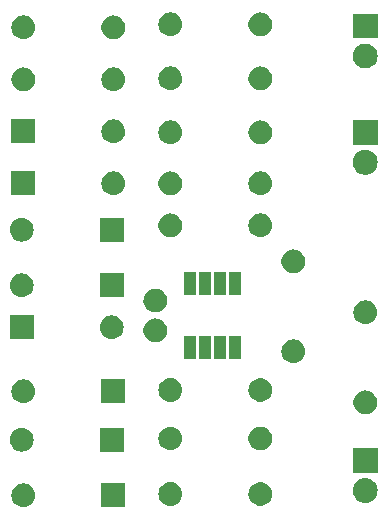
<source format=gbr>
G04 #@! TF.GenerationSoftware,KiCad,Pcbnew,(5.0.1)-3*
G04 #@! TF.CreationDate,2019-02-06T21:35:15-05:00*
G04 #@! TF.ProjectId,OdysseyDaughterCardSummer,4F647973736579446175676874657243,1.1*
G04 #@! TF.SameCoordinates,Original*
G04 #@! TF.FileFunction,Soldermask,Top*
G04 #@! TF.FilePolarity,Negative*
%FSLAX46Y46*%
G04 Gerber Fmt 4.6, Leading zero omitted, Abs format (unit mm)*
G04 Created by KiCad (PCBNEW (5.0.1)-3) date 2/6/2019 9:35:15 PM*
%MOMM*%
%LPD*%
G01*
G04 APERTURE LIST*
%ADD10C,0.100000*%
G04 APERTURE END LIST*
D10*
G36*
X145272000Y-121904000D02*
X143272000Y-121904000D01*
X143272000Y-119904000D01*
X145272000Y-119904000D01*
X145272000Y-121904000D01*
X145272000Y-121904000D01*
G37*
G36*
X136848030Y-119918469D02*
X136848033Y-119918470D01*
X136848034Y-119918470D01*
X137036535Y-119975651D01*
X137036537Y-119975652D01*
X137210260Y-120068509D01*
X137362528Y-120193472D01*
X137487491Y-120345740D01*
X137487492Y-120345742D01*
X137580349Y-120519465D01*
X137637530Y-120707966D01*
X137637531Y-120707970D01*
X137656838Y-120904000D01*
X137637531Y-121100030D01*
X137637530Y-121100033D01*
X137637530Y-121100034D01*
X137595056Y-121240054D01*
X137580348Y-121288537D01*
X137487491Y-121462260D01*
X137362528Y-121614528D01*
X137210260Y-121739491D01*
X137210258Y-121739492D01*
X137036535Y-121832349D01*
X136848034Y-121889530D01*
X136848033Y-121889530D01*
X136848030Y-121889531D01*
X136701124Y-121904000D01*
X136602876Y-121904000D01*
X136455970Y-121889531D01*
X136455967Y-121889530D01*
X136455966Y-121889530D01*
X136267465Y-121832349D01*
X136093742Y-121739492D01*
X136093740Y-121739491D01*
X135941472Y-121614528D01*
X135816509Y-121462260D01*
X135723652Y-121288537D01*
X135708945Y-121240054D01*
X135666470Y-121100034D01*
X135666470Y-121100033D01*
X135666469Y-121100030D01*
X135647162Y-120904000D01*
X135666469Y-120707970D01*
X135666470Y-120707966D01*
X135723651Y-120519465D01*
X135816508Y-120345742D01*
X135816509Y-120345740D01*
X135941472Y-120193472D01*
X136093740Y-120068509D01*
X136267463Y-119975652D01*
X136267465Y-119975651D01*
X136455966Y-119918470D01*
X136455967Y-119918470D01*
X136455970Y-119918469D01*
X136602876Y-119904000D01*
X136701124Y-119904000D01*
X136848030Y-119918469D01*
X136848030Y-119918469D01*
G37*
G36*
X149294030Y-119818469D02*
X149294033Y-119818470D01*
X149294034Y-119818470D01*
X149482535Y-119875651D01*
X149482537Y-119875652D01*
X149656260Y-119968509D01*
X149808528Y-120093472D01*
X149933491Y-120245740D01*
X149933492Y-120245742D01*
X150026349Y-120419465D01*
X150083530Y-120607966D01*
X150083531Y-120607970D01*
X150102838Y-120804000D01*
X150083531Y-121000030D01*
X150083530Y-121000033D01*
X150083530Y-121000034D01*
X150053197Y-121100030D01*
X150026348Y-121188537D01*
X149933491Y-121362260D01*
X149808528Y-121514528D01*
X149656260Y-121639491D01*
X149656258Y-121639492D01*
X149482535Y-121732349D01*
X149294034Y-121789530D01*
X149294033Y-121789530D01*
X149294030Y-121789531D01*
X149147124Y-121804000D01*
X149048876Y-121804000D01*
X148901970Y-121789531D01*
X148901967Y-121789530D01*
X148901966Y-121789530D01*
X148713465Y-121732349D01*
X148539742Y-121639492D01*
X148539740Y-121639491D01*
X148387472Y-121514528D01*
X148262509Y-121362260D01*
X148169652Y-121188537D01*
X148142804Y-121100030D01*
X148112470Y-121000034D01*
X148112470Y-121000033D01*
X148112469Y-121000030D01*
X148093162Y-120804000D01*
X148112469Y-120607970D01*
X148112470Y-120607966D01*
X148169651Y-120419465D01*
X148262508Y-120245742D01*
X148262509Y-120245740D01*
X148387472Y-120093472D01*
X148539740Y-119968509D01*
X148713463Y-119875652D01*
X148713465Y-119875651D01*
X148901966Y-119818470D01*
X148901967Y-119818470D01*
X148901970Y-119818469D01*
X149048876Y-119804000D01*
X149147124Y-119804000D01*
X149294030Y-119818469D01*
X149294030Y-119818469D01*
G37*
G36*
X156893770Y-119819372D02*
X157009689Y-119842429D01*
X157191678Y-119917811D01*
X157355463Y-120027249D01*
X157494751Y-120166537D01*
X157604189Y-120330322D01*
X157679571Y-120512311D01*
X157702628Y-120628230D01*
X157716872Y-120699834D01*
X157718000Y-120705509D01*
X157718000Y-120902491D01*
X157679571Y-121095689D01*
X157604189Y-121277678D01*
X157494751Y-121441463D01*
X157355463Y-121580751D01*
X157191678Y-121690189D01*
X157009689Y-121765571D01*
X156893770Y-121788628D01*
X156816493Y-121804000D01*
X156619507Y-121804000D01*
X156542230Y-121788628D01*
X156426311Y-121765571D01*
X156244322Y-121690189D01*
X156080537Y-121580751D01*
X155941249Y-121441463D01*
X155831811Y-121277678D01*
X155756429Y-121095689D01*
X155718000Y-120902491D01*
X155718000Y-120705509D01*
X155719129Y-120699834D01*
X155733372Y-120628230D01*
X155756429Y-120512311D01*
X155831811Y-120330322D01*
X155941249Y-120166537D01*
X156080537Y-120027249D01*
X156244322Y-119917811D01*
X156426311Y-119842429D01*
X156542230Y-119819372D01*
X156619507Y-119804000D01*
X156816493Y-119804000D01*
X156893770Y-119819372D01*
X156893770Y-119819372D01*
G37*
G36*
X165736707Y-119451597D02*
X165813836Y-119459193D01*
X165945787Y-119499220D01*
X166011763Y-119519233D01*
X166194172Y-119616733D01*
X166354054Y-119747946D01*
X166485267Y-119907828D01*
X166582767Y-120090237D01*
X166582767Y-120090238D01*
X166642807Y-120288164D01*
X166663080Y-120494000D01*
X166642807Y-120699836D01*
X166611209Y-120804000D01*
X166582767Y-120897763D01*
X166485267Y-121080172D01*
X166354054Y-121240054D01*
X166194172Y-121371267D01*
X166011763Y-121468767D01*
X165945787Y-121488780D01*
X165813836Y-121528807D01*
X165736707Y-121536403D01*
X165659580Y-121544000D01*
X165556420Y-121544000D01*
X165479293Y-121536403D01*
X165402164Y-121528807D01*
X165270213Y-121488780D01*
X165204237Y-121468767D01*
X165021828Y-121371267D01*
X164861946Y-121240054D01*
X164730733Y-121080172D01*
X164633233Y-120897763D01*
X164604791Y-120804000D01*
X164573193Y-120699836D01*
X164552920Y-120494000D01*
X164573193Y-120288164D01*
X164633233Y-120090238D01*
X164633233Y-120090237D01*
X164730733Y-119907828D01*
X164861946Y-119747946D01*
X165021828Y-119616733D01*
X165204237Y-119519233D01*
X165270213Y-119499220D01*
X165402164Y-119459193D01*
X165479293Y-119451597D01*
X165556420Y-119444000D01*
X165659580Y-119444000D01*
X165736707Y-119451597D01*
X165736707Y-119451597D01*
G37*
G36*
X166658000Y-119004000D02*
X164558000Y-119004000D01*
X164558000Y-116904000D01*
X166658000Y-116904000D01*
X166658000Y-119004000D01*
X166658000Y-119004000D01*
G37*
G36*
X145145000Y-117205000D02*
X143145000Y-117205000D01*
X143145000Y-115205000D01*
X145145000Y-115205000D01*
X145145000Y-117205000D01*
X145145000Y-117205000D01*
G37*
G36*
X136721030Y-115219469D02*
X136721033Y-115219470D01*
X136721034Y-115219470D01*
X136909535Y-115276651D01*
X136909537Y-115276652D01*
X137083260Y-115369509D01*
X137235528Y-115494472D01*
X137360491Y-115646740D01*
X137360492Y-115646742D01*
X137453349Y-115820465D01*
X137510530Y-116008966D01*
X137510531Y-116008970D01*
X137529838Y-116205000D01*
X137510531Y-116401030D01*
X137510530Y-116401033D01*
X137510530Y-116401034D01*
X137483684Y-116489535D01*
X137453348Y-116589537D01*
X137360491Y-116763260D01*
X137235528Y-116915528D01*
X137083260Y-117040491D01*
X137083258Y-117040492D01*
X136909535Y-117133349D01*
X136721034Y-117190530D01*
X136721033Y-117190530D01*
X136721030Y-117190531D01*
X136574124Y-117205000D01*
X136475876Y-117205000D01*
X136328970Y-117190531D01*
X136328967Y-117190530D01*
X136328966Y-117190530D01*
X136140465Y-117133349D01*
X135966742Y-117040492D01*
X135966740Y-117040491D01*
X135814472Y-116915528D01*
X135689509Y-116763260D01*
X135596652Y-116589537D01*
X135566317Y-116489535D01*
X135539470Y-116401034D01*
X135539470Y-116401033D01*
X135539469Y-116401030D01*
X135520162Y-116205000D01*
X135539469Y-116008970D01*
X135539470Y-116008966D01*
X135596651Y-115820465D01*
X135689508Y-115646742D01*
X135689509Y-115646740D01*
X135814472Y-115494472D01*
X135966740Y-115369509D01*
X136140463Y-115276652D01*
X136140465Y-115276651D01*
X136328966Y-115219470D01*
X136328967Y-115219470D01*
X136328970Y-115219469D01*
X136475876Y-115205000D01*
X136574124Y-115205000D01*
X136721030Y-115219469D01*
X136721030Y-115219469D01*
G37*
G36*
X149294030Y-115119469D02*
X149294033Y-115119470D01*
X149294034Y-115119470D01*
X149482535Y-115176651D01*
X149482537Y-115176652D01*
X149656260Y-115269509D01*
X149808528Y-115394472D01*
X149933491Y-115546740D01*
X149933492Y-115546742D01*
X150026349Y-115720465D01*
X150083530Y-115908966D01*
X150083531Y-115908970D01*
X150102838Y-116105000D01*
X150083531Y-116301030D01*
X150083530Y-116301033D01*
X150083530Y-116301034D01*
X150053197Y-116401030D01*
X150026348Y-116489537D01*
X149933491Y-116663260D01*
X149808528Y-116815528D01*
X149656260Y-116940491D01*
X149656258Y-116940492D01*
X149482535Y-117033349D01*
X149294034Y-117090530D01*
X149294033Y-117090530D01*
X149294030Y-117090531D01*
X149147124Y-117105000D01*
X149048876Y-117105000D01*
X148901970Y-117090531D01*
X148901967Y-117090530D01*
X148901966Y-117090530D01*
X148713465Y-117033349D01*
X148539742Y-116940492D01*
X148539740Y-116940491D01*
X148387472Y-116815528D01*
X148262509Y-116663260D01*
X148169652Y-116489537D01*
X148142804Y-116401030D01*
X148112470Y-116301034D01*
X148112470Y-116301033D01*
X148112469Y-116301030D01*
X148093162Y-116105000D01*
X148112469Y-115908970D01*
X148112470Y-115908966D01*
X148169651Y-115720465D01*
X148262508Y-115546742D01*
X148262509Y-115546740D01*
X148387472Y-115394472D01*
X148539740Y-115269509D01*
X148713463Y-115176652D01*
X148713465Y-115176651D01*
X148901966Y-115119470D01*
X148901967Y-115119470D01*
X148901970Y-115119469D01*
X149048876Y-115105000D01*
X149147124Y-115105000D01*
X149294030Y-115119469D01*
X149294030Y-115119469D01*
G37*
G36*
X156893770Y-115120372D02*
X157009689Y-115143429D01*
X157191678Y-115218811D01*
X157355463Y-115328249D01*
X157494751Y-115467537D01*
X157604189Y-115631322D01*
X157679571Y-115813311D01*
X157718000Y-116006509D01*
X157718000Y-116203491D01*
X157679571Y-116396689D01*
X157604189Y-116578678D01*
X157494751Y-116742463D01*
X157355463Y-116881751D01*
X157191678Y-116991189D01*
X157009689Y-117066571D01*
X156893770Y-117089628D01*
X156816493Y-117105000D01*
X156619507Y-117105000D01*
X156542230Y-117089628D01*
X156426311Y-117066571D01*
X156244322Y-116991189D01*
X156080537Y-116881751D01*
X155941249Y-116742463D01*
X155831811Y-116578678D01*
X155756429Y-116396689D01*
X155718000Y-116203491D01*
X155718000Y-116006509D01*
X155756429Y-115813311D01*
X155831811Y-115631322D01*
X155941249Y-115467537D01*
X156080537Y-115328249D01*
X156244322Y-115218811D01*
X156426311Y-115143429D01*
X156542230Y-115120372D01*
X156619507Y-115105000D01*
X156816493Y-115105000D01*
X156893770Y-115120372D01*
X156893770Y-115120372D01*
G37*
G36*
X165783770Y-112045372D02*
X165899689Y-112068429D01*
X166081678Y-112143811D01*
X166245463Y-112253249D01*
X166384751Y-112392537D01*
X166494189Y-112556322D01*
X166569571Y-112738311D01*
X166577017Y-112775747D01*
X166607173Y-112927348D01*
X166608000Y-112931509D01*
X166608000Y-113128491D01*
X166569571Y-113321689D01*
X166494189Y-113503678D01*
X166384751Y-113667463D01*
X166245463Y-113806751D01*
X166081678Y-113916189D01*
X165899689Y-113991571D01*
X165783770Y-114014628D01*
X165706493Y-114030000D01*
X165509507Y-114030000D01*
X165432230Y-114014628D01*
X165316311Y-113991571D01*
X165134322Y-113916189D01*
X164970537Y-113806751D01*
X164831249Y-113667463D01*
X164721811Y-113503678D01*
X164646429Y-113321689D01*
X164608000Y-113128491D01*
X164608000Y-112931509D01*
X164608828Y-112927348D01*
X164638983Y-112775747D01*
X164646429Y-112738311D01*
X164721811Y-112556322D01*
X164831249Y-112392537D01*
X164970537Y-112253249D01*
X165134322Y-112143811D01*
X165316311Y-112068429D01*
X165432230Y-112045372D01*
X165509507Y-112030000D01*
X165706493Y-112030000D01*
X165783770Y-112045372D01*
X165783770Y-112045372D01*
G37*
G36*
X136848030Y-111113469D02*
X136848033Y-111113470D01*
X136848034Y-111113470D01*
X137036535Y-111170651D01*
X137036537Y-111170652D01*
X137210260Y-111263509D01*
X137362528Y-111388472D01*
X137487491Y-111540740D01*
X137487492Y-111540742D01*
X137580349Y-111714465D01*
X137637530Y-111902966D01*
X137637531Y-111902970D01*
X137656838Y-112099000D01*
X137637531Y-112295030D01*
X137637530Y-112295033D01*
X137637530Y-112295034D01*
X137607954Y-112392534D01*
X137580348Y-112483537D01*
X137487491Y-112657260D01*
X137362528Y-112809528D01*
X137210260Y-112934491D01*
X137210258Y-112934492D01*
X137036535Y-113027349D01*
X136848034Y-113084530D01*
X136848033Y-113084530D01*
X136848030Y-113084531D01*
X136701124Y-113099000D01*
X136602876Y-113099000D01*
X136455970Y-113084531D01*
X136455967Y-113084530D01*
X136455966Y-113084530D01*
X136267465Y-113027349D01*
X136093742Y-112934492D01*
X136093740Y-112934491D01*
X135941472Y-112809528D01*
X135816509Y-112657260D01*
X135723652Y-112483537D01*
X135696047Y-112392534D01*
X135666470Y-112295034D01*
X135666470Y-112295033D01*
X135666469Y-112295030D01*
X135647162Y-112099000D01*
X135666469Y-111902970D01*
X135666470Y-111902966D01*
X135723651Y-111714465D01*
X135816508Y-111540742D01*
X135816509Y-111540740D01*
X135941472Y-111388472D01*
X136093740Y-111263509D01*
X136267463Y-111170652D01*
X136267465Y-111170651D01*
X136455966Y-111113470D01*
X136455967Y-111113470D01*
X136455970Y-111113469D01*
X136602876Y-111099000D01*
X136701124Y-111099000D01*
X136848030Y-111113469D01*
X136848030Y-111113469D01*
G37*
G36*
X145272000Y-113099000D02*
X143272000Y-113099000D01*
X143272000Y-111099000D01*
X145272000Y-111099000D01*
X145272000Y-113099000D01*
X145272000Y-113099000D01*
G37*
G36*
X149294030Y-111013469D02*
X149294033Y-111013470D01*
X149294034Y-111013470D01*
X149482535Y-111070651D01*
X149482537Y-111070652D01*
X149656260Y-111163509D01*
X149808528Y-111288472D01*
X149933491Y-111440740D01*
X149933492Y-111440742D01*
X150026349Y-111614465D01*
X150083530Y-111802966D01*
X150083531Y-111802970D01*
X150102838Y-111999000D01*
X150083531Y-112195030D01*
X150083530Y-112195033D01*
X150083530Y-112195034D01*
X150053197Y-112295030D01*
X150026348Y-112383537D01*
X149933491Y-112557260D01*
X149808528Y-112709528D01*
X149656260Y-112834491D01*
X149656258Y-112834492D01*
X149482535Y-112927349D01*
X149294034Y-112984530D01*
X149294033Y-112984530D01*
X149294030Y-112984531D01*
X149147124Y-112999000D01*
X149048876Y-112999000D01*
X148901970Y-112984531D01*
X148901967Y-112984530D01*
X148901966Y-112984530D01*
X148713465Y-112927349D01*
X148539742Y-112834492D01*
X148539740Y-112834491D01*
X148387472Y-112709528D01*
X148262509Y-112557260D01*
X148169652Y-112383537D01*
X148142804Y-112295030D01*
X148112470Y-112195034D01*
X148112470Y-112195033D01*
X148112469Y-112195030D01*
X148093162Y-111999000D01*
X148112469Y-111802970D01*
X148112470Y-111802966D01*
X148169651Y-111614465D01*
X148262508Y-111440742D01*
X148262509Y-111440740D01*
X148387472Y-111288472D01*
X148539740Y-111163509D01*
X148713463Y-111070652D01*
X148713465Y-111070651D01*
X148901966Y-111013470D01*
X148901967Y-111013470D01*
X148901970Y-111013469D01*
X149048876Y-110999000D01*
X149147124Y-110999000D01*
X149294030Y-111013469D01*
X149294030Y-111013469D01*
G37*
G36*
X156893770Y-111014372D02*
X157009689Y-111037429D01*
X157191678Y-111112811D01*
X157355463Y-111222249D01*
X157494751Y-111361537D01*
X157604189Y-111525322D01*
X157679571Y-111707311D01*
X157702628Y-111823230D01*
X157718000Y-111900507D01*
X157718000Y-112097493D01*
X157702628Y-112174770D01*
X157679571Y-112290689D01*
X157604189Y-112472678D01*
X157494751Y-112636463D01*
X157355463Y-112775751D01*
X157191678Y-112885189D01*
X157009689Y-112960571D01*
X156893770Y-112983628D01*
X156816493Y-112999000D01*
X156619507Y-112999000D01*
X156542230Y-112983628D01*
X156426311Y-112960571D01*
X156244322Y-112885189D01*
X156080537Y-112775751D01*
X155941249Y-112636463D01*
X155831811Y-112472678D01*
X155756429Y-112290689D01*
X155733372Y-112174770D01*
X155718000Y-112097493D01*
X155718000Y-111900507D01*
X155733372Y-111823230D01*
X155756429Y-111707311D01*
X155831811Y-111525322D01*
X155941249Y-111361537D01*
X156080537Y-111222249D01*
X156244322Y-111112811D01*
X156426311Y-111037429D01*
X156542230Y-111014372D01*
X156619507Y-110999000D01*
X156816493Y-110999000D01*
X156893770Y-111014372D01*
X156893770Y-111014372D01*
G37*
G36*
X159708030Y-107726469D02*
X159708033Y-107726470D01*
X159708034Y-107726470D01*
X159896535Y-107783651D01*
X159896537Y-107783652D01*
X160070260Y-107876509D01*
X160222528Y-108001472D01*
X160347491Y-108153740D01*
X160440348Y-108327463D01*
X160497531Y-108515970D01*
X160516838Y-108712000D01*
X160497531Y-108908030D01*
X160440348Y-109096537D01*
X160347491Y-109270260D01*
X160222528Y-109422528D01*
X160070260Y-109547491D01*
X160070258Y-109547492D01*
X159896535Y-109640349D01*
X159708034Y-109697530D01*
X159708033Y-109697530D01*
X159708030Y-109697531D01*
X159561124Y-109712000D01*
X159462876Y-109712000D01*
X159315970Y-109697531D01*
X159315967Y-109697530D01*
X159315966Y-109697530D01*
X159127465Y-109640349D01*
X158953742Y-109547492D01*
X158953740Y-109547491D01*
X158801472Y-109422528D01*
X158676509Y-109270260D01*
X158583652Y-109096537D01*
X158526469Y-108908030D01*
X158507162Y-108712000D01*
X158526469Y-108515970D01*
X158583652Y-108327463D01*
X158676509Y-108153740D01*
X158801472Y-108001472D01*
X158953740Y-107876509D01*
X159127463Y-107783652D01*
X159127465Y-107783651D01*
X159315966Y-107726470D01*
X159315967Y-107726470D01*
X159315970Y-107726469D01*
X159462876Y-107712000D01*
X159561124Y-107712000D01*
X159708030Y-107726469D01*
X159708030Y-107726469D01*
G37*
G36*
X152519000Y-109339000D02*
X151519000Y-109339000D01*
X151519000Y-107389000D01*
X152519000Y-107389000D01*
X152519000Y-109339000D01*
X152519000Y-109339000D01*
G37*
G36*
X153789000Y-109339000D02*
X152789000Y-109339000D01*
X152789000Y-107389000D01*
X153789000Y-107389000D01*
X153789000Y-109339000D01*
X153789000Y-109339000D01*
G37*
G36*
X155059000Y-109339000D02*
X154059000Y-109339000D01*
X154059000Y-107389000D01*
X155059000Y-107389000D01*
X155059000Y-109339000D01*
X155059000Y-109339000D01*
G37*
G36*
X151249000Y-109339000D02*
X150249000Y-109339000D01*
X150249000Y-107389000D01*
X151249000Y-107389000D01*
X151249000Y-109339000D01*
X151249000Y-109339000D01*
G37*
G36*
X148003770Y-105949372D02*
X148119689Y-105972429D01*
X148301678Y-106047811D01*
X148465463Y-106157249D01*
X148604751Y-106296537D01*
X148714189Y-106460322D01*
X148789571Y-106642311D01*
X148828000Y-106835509D01*
X148828000Y-107032491D01*
X148789571Y-107225689D01*
X148714189Y-107407678D01*
X148604751Y-107571463D01*
X148465463Y-107710751D01*
X148301678Y-107820189D01*
X148119689Y-107895571D01*
X148003770Y-107918628D01*
X147926493Y-107934000D01*
X147729507Y-107934000D01*
X147652230Y-107918628D01*
X147536311Y-107895571D01*
X147354322Y-107820189D01*
X147190537Y-107710751D01*
X147051249Y-107571463D01*
X146941811Y-107407678D01*
X146866429Y-107225689D01*
X146828000Y-107032491D01*
X146828000Y-106835509D01*
X146866429Y-106642311D01*
X146941811Y-106460322D01*
X147051249Y-106296537D01*
X147190537Y-106157249D01*
X147354322Y-106047811D01*
X147536311Y-105972429D01*
X147652230Y-105949372D01*
X147729507Y-105934000D01*
X147926493Y-105934000D01*
X148003770Y-105949372D01*
X148003770Y-105949372D01*
G37*
G36*
X144341030Y-105694469D02*
X144341033Y-105694470D01*
X144341034Y-105694470D01*
X144529535Y-105751651D01*
X144529537Y-105751652D01*
X144703260Y-105844509D01*
X144855528Y-105969472D01*
X144980491Y-106121740D01*
X144980492Y-106121742D01*
X145073349Y-106295465D01*
X145130530Y-106483966D01*
X145130531Y-106483970D01*
X145149838Y-106680000D01*
X145130531Y-106876030D01*
X145130530Y-106876033D01*
X145130530Y-106876034D01*
X145083069Y-107032493D01*
X145073348Y-107064537D01*
X144980491Y-107238260D01*
X144855528Y-107390528D01*
X144703260Y-107515491D01*
X144703258Y-107515492D01*
X144529535Y-107608349D01*
X144341034Y-107665530D01*
X144341033Y-107665530D01*
X144341030Y-107665531D01*
X144194124Y-107680000D01*
X144095876Y-107680000D01*
X143948970Y-107665531D01*
X143948967Y-107665530D01*
X143948966Y-107665530D01*
X143760465Y-107608349D01*
X143586742Y-107515492D01*
X143586740Y-107515491D01*
X143434472Y-107390528D01*
X143309509Y-107238260D01*
X143216652Y-107064537D01*
X143206932Y-107032493D01*
X143159470Y-106876034D01*
X143159470Y-106876033D01*
X143159469Y-106876030D01*
X143140162Y-106680000D01*
X143159469Y-106483970D01*
X143159470Y-106483966D01*
X143216651Y-106295465D01*
X143309508Y-106121742D01*
X143309509Y-106121740D01*
X143434472Y-105969472D01*
X143586740Y-105844509D01*
X143760463Y-105751652D01*
X143760465Y-105751651D01*
X143948966Y-105694470D01*
X143948967Y-105694470D01*
X143948970Y-105694469D01*
X144095876Y-105680000D01*
X144194124Y-105680000D01*
X144341030Y-105694469D01*
X144341030Y-105694469D01*
G37*
G36*
X137525000Y-107680000D02*
X135525000Y-107680000D01*
X135525000Y-105680000D01*
X137525000Y-105680000D01*
X137525000Y-107680000D01*
X137525000Y-107680000D01*
G37*
G36*
X165804030Y-104424469D02*
X165804033Y-104424470D01*
X165804034Y-104424470D01*
X165992535Y-104481651D01*
X165992537Y-104481652D01*
X166166260Y-104574509D01*
X166318528Y-104699472D01*
X166443491Y-104851740D01*
X166536348Y-105025463D01*
X166536349Y-105025465D01*
X166592555Y-105210751D01*
X166593531Y-105213970D01*
X166612838Y-105410000D01*
X166593531Y-105606030D01*
X166593530Y-105606033D01*
X166593530Y-105606034D01*
X166549358Y-105751651D01*
X166536348Y-105794537D01*
X166443491Y-105968260D01*
X166318528Y-106120528D01*
X166166260Y-106245491D01*
X166166258Y-106245492D01*
X165992535Y-106338349D01*
X165804034Y-106395530D01*
X165804033Y-106395530D01*
X165804030Y-106395531D01*
X165657124Y-106410000D01*
X165558876Y-106410000D01*
X165411970Y-106395531D01*
X165411967Y-106395530D01*
X165411966Y-106395530D01*
X165223465Y-106338349D01*
X165049742Y-106245492D01*
X165049740Y-106245491D01*
X164897472Y-106120528D01*
X164772509Y-105968260D01*
X164679652Y-105794537D01*
X164666643Y-105751651D01*
X164622470Y-105606034D01*
X164622470Y-105606033D01*
X164622469Y-105606030D01*
X164603162Y-105410000D01*
X164622469Y-105213970D01*
X164623445Y-105210751D01*
X164679651Y-105025465D01*
X164679652Y-105025463D01*
X164772509Y-104851740D01*
X164897472Y-104699472D01*
X165049740Y-104574509D01*
X165223463Y-104481652D01*
X165223465Y-104481651D01*
X165411966Y-104424470D01*
X165411967Y-104424470D01*
X165411970Y-104424469D01*
X165558876Y-104410000D01*
X165657124Y-104410000D01*
X165804030Y-104424469D01*
X165804030Y-104424469D01*
G37*
G36*
X148003770Y-103449372D02*
X148119689Y-103472429D01*
X148301678Y-103547811D01*
X148465463Y-103657249D01*
X148604751Y-103796537D01*
X148714189Y-103960322D01*
X148789571Y-104142311D01*
X148812628Y-104258230D01*
X148828000Y-104335507D01*
X148828000Y-104532493D01*
X148819642Y-104574509D01*
X148789571Y-104725689D01*
X148714189Y-104907678D01*
X148604751Y-105071463D01*
X148465463Y-105210751D01*
X148301678Y-105320189D01*
X148119689Y-105395571D01*
X148003770Y-105418628D01*
X147926493Y-105434000D01*
X147729507Y-105434000D01*
X147652230Y-105418628D01*
X147536311Y-105395571D01*
X147354322Y-105320189D01*
X147190537Y-105210751D01*
X147051249Y-105071463D01*
X146941811Y-104907678D01*
X146866429Y-104725689D01*
X146836358Y-104574509D01*
X146828000Y-104532493D01*
X146828000Y-104335507D01*
X146843372Y-104258230D01*
X146866429Y-104142311D01*
X146941811Y-103960322D01*
X147051249Y-103796537D01*
X147190537Y-103657249D01*
X147354322Y-103547811D01*
X147536311Y-103472429D01*
X147652230Y-103449372D01*
X147729507Y-103434000D01*
X147926493Y-103434000D01*
X148003770Y-103449372D01*
X148003770Y-103449372D01*
G37*
G36*
X136721030Y-102138469D02*
X136721033Y-102138470D01*
X136721034Y-102138470D01*
X136909535Y-102195651D01*
X136909537Y-102195652D01*
X137083260Y-102288509D01*
X137235528Y-102413472D01*
X137360491Y-102565740D01*
X137453348Y-102739463D01*
X137510531Y-102927970D01*
X137529838Y-103124000D01*
X137510531Y-103320030D01*
X137510530Y-103320033D01*
X137510530Y-103320034D01*
X137464302Y-103472429D01*
X137453348Y-103508537D01*
X137360491Y-103682260D01*
X137235528Y-103834528D01*
X137083260Y-103959491D01*
X137083258Y-103959492D01*
X136909535Y-104052349D01*
X136721034Y-104109530D01*
X136721033Y-104109530D01*
X136721030Y-104109531D01*
X136574124Y-104124000D01*
X136475876Y-104124000D01*
X136328970Y-104109531D01*
X136328967Y-104109530D01*
X136328966Y-104109530D01*
X136140465Y-104052349D01*
X135966742Y-103959492D01*
X135966740Y-103959491D01*
X135814472Y-103834528D01*
X135689509Y-103682260D01*
X135596652Y-103508537D01*
X135585699Y-103472429D01*
X135539470Y-103320034D01*
X135539470Y-103320033D01*
X135539469Y-103320030D01*
X135520162Y-103124000D01*
X135539469Y-102927970D01*
X135596652Y-102739463D01*
X135689509Y-102565740D01*
X135814472Y-102413472D01*
X135966740Y-102288509D01*
X136140463Y-102195652D01*
X136140465Y-102195651D01*
X136328966Y-102138470D01*
X136328967Y-102138470D01*
X136328970Y-102138469D01*
X136475876Y-102124000D01*
X136574124Y-102124000D01*
X136721030Y-102138469D01*
X136721030Y-102138469D01*
G37*
G36*
X145145000Y-104124000D02*
X143145000Y-104124000D01*
X143145000Y-102124000D01*
X145145000Y-102124000D01*
X145145000Y-104124000D01*
X145145000Y-104124000D01*
G37*
G36*
X153789000Y-103939000D02*
X152789000Y-103939000D01*
X152789000Y-101989000D01*
X153789000Y-101989000D01*
X153789000Y-103939000D01*
X153789000Y-103939000D01*
G37*
G36*
X155059000Y-103939000D02*
X154059000Y-103939000D01*
X154059000Y-101989000D01*
X155059000Y-101989000D01*
X155059000Y-103939000D01*
X155059000Y-103939000D01*
G37*
G36*
X152519000Y-103939000D02*
X151519000Y-103939000D01*
X151519000Y-101989000D01*
X152519000Y-101989000D01*
X152519000Y-103939000D01*
X152519000Y-103939000D01*
G37*
G36*
X151249000Y-103939000D02*
X150249000Y-103939000D01*
X150249000Y-101989000D01*
X151249000Y-101989000D01*
X151249000Y-103939000D01*
X151249000Y-103939000D01*
G37*
G36*
X159687770Y-100107372D02*
X159803689Y-100130429D01*
X159985678Y-100205811D01*
X160149463Y-100315249D01*
X160288751Y-100454537D01*
X160398189Y-100618322D01*
X160473571Y-100800311D01*
X160512000Y-100993509D01*
X160512000Y-101190491D01*
X160473571Y-101383689D01*
X160398189Y-101565678D01*
X160288751Y-101729463D01*
X160149463Y-101868751D01*
X159985678Y-101978189D01*
X159803689Y-102053571D01*
X159687770Y-102076628D01*
X159610493Y-102092000D01*
X159413507Y-102092000D01*
X159336230Y-102076628D01*
X159220311Y-102053571D01*
X159038322Y-101978189D01*
X158874537Y-101868751D01*
X158735249Y-101729463D01*
X158625811Y-101565678D01*
X158550429Y-101383689D01*
X158512000Y-101190491D01*
X158512000Y-100993509D01*
X158550429Y-100800311D01*
X158625811Y-100618322D01*
X158735249Y-100454537D01*
X158874537Y-100315249D01*
X159038322Y-100205811D01*
X159220311Y-100130429D01*
X159336230Y-100107372D01*
X159413507Y-100092000D01*
X159610493Y-100092000D01*
X159687770Y-100107372D01*
X159687770Y-100107372D01*
G37*
G36*
X136721030Y-97439469D02*
X136721033Y-97439470D01*
X136721034Y-97439470D01*
X136909535Y-97496651D01*
X136909537Y-97496652D01*
X137083260Y-97589509D01*
X137235528Y-97714472D01*
X137360491Y-97866740D01*
X137360492Y-97866742D01*
X137453349Y-98040465D01*
X137510530Y-98228966D01*
X137510531Y-98228970D01*
X137529838Y-98425000D01*
X137510531Y-98621030D01*
X137453348Y-98809537D01*
X137360491Y-98983260D01*
X137235528Y-99135528D01*
X137083260Y-99260491D01*
X137083258Y-99260492D01*
X136909535Y-99353349D01*
X136721034Y-99410530D01*
X136721033Y-99410530D01*
X136721030Y-99410531D01*
X136574124Y-99425000D01*
X136475876Y-99425000D01*
X136328970Y-99410531D01*
X136328967Y-99410530D01*
X136328966Y-99410530D01*
X136140465Y-99353349D01*
X135966742Y-99260492D01*
X135966740Y-99260491D01*
X135814472Y-99135528D01*
X135689509Y-98983260D01*
X135596652Y-98809537D01*
X135539469Y-98621030D01*
X135520162Y-98425000D01*
X135539469Y-98228970D01*
X135539470Y-98228966D01*
X135596651Y-98040465D01*
X135689508Y-97866742D01*
X135689509Y-97866740D01*
X135814472Y-97714472D01*
X135966740Y-97589509D01*
X136140463Y-97496652D01*
X136140465Y-97496651D01*
X136328966Y-97439470D01*
X136328967Y-97439470D01*
X136328970Y-97439469D01*
X136475876Y-97425000D01*
X136574124Y-97425000D01*
X136721030Y-97439469D01*
X136721030Y-97439469D01*
G37*
G36*
X145145000Y-99425000D02*
X143145000Y-99425000D01*
X143145000Y-97425000D01*
X145145000Y-97425000D01*
X145145000Y-99425000D01*
X145145000Y-99425000D01*
G37*
G36*
X156914030Y-97058469D02*
X156914033Y-97058470D01*
X156914034Y-97058470D01*
X157102535Y-97115651D01*
X157102537Y-97115652D01*
X157276260Y-97208509D01*
X157428528Y-97333472D01*
X157553491Y-97485740D01*
X157646348Y-97659463D01*
X157703531Y-97847970D01*
X157722838Y-98044000D01*
X157703531Y-98240030D01*
X157646348Y-98428537D01*
X157553491Y-98602260D01*
X157428528Y-98754528D01*
X157276260Y-98879491D01*
X157276258Y-98879492D01*
X157102535Y-98972349D01*
X156914034Y-99029530D01*
X156914033Y-99029530D01*
X156914030Y-99029531D01*
X156767124Y-99044000D01*
X156668876Y-99044000D01*
X156521970Y-99029531D01*
X156521967Y-99029530D01*
X156521966Y-99029530D01*
X156333465Y-98972349D01*
X156159742Y-98879492D01*
X156159740Y-98879491D01*
X156007472Y-98754528D01*
X155882509Y-98602260D01*
X155789652Y-98428537D01*
X155732469Y-98240030D01*
X155713162Y-98044000D01*
X155732469Y-97847970D01*
X155789652Y-97659463D01*
X155882509Y-97485740D01*
X156007472Y-97333472D01*
X156159740Y-97208509D01*
X156333463Y-97115652D01*
X156333465Y-97115651D01*
X156521966Y-97058470D01*
X156521967Y-97058470D01*
X156521970Y-97058469D01*
X156668876Y-97044000D01*
X156767124Y-97044000D01*
X156914030Y-97058469D01*
X156914030Y-97058469D01*
G37*
G36*
X149273770Y-97059372D02*
X149389689Y-97082429D01*
X149571678Y-97157811D01*
X149735463Y-97267249D01*
X149874751Y-97406537D01*
X149984189Y-97570322D01*
X150059571Y-97752311D01*
X150098000Y-97945509D01*
X150098000Y-98142491D01*
X150059571Y-98335689D01*
X149984189Y-98517678D01*
X149874751Y-98681463D01*
X149735463Y-98820751D01*
X149571678Y-98930189D01*
X149389689Y-99005571D01*
X149273770Y-99028628D01*
X149196493Y-99044000D01*
X148999507Y-99044000D01*
X148922230Y-99028628D01*
X148806311Y-99005571D01*
X148624322Y-98930189D01*
X148460537Y-98820751D01*
X148321249Y-98681463D01*
X148211811Y-98517678D01*
X148136429Y-98335689D01*
X148098000Y-98142491D01*
X148098000Y-97945509D01*
X148136429Y-97752311D01*
X148211811Y-97570322D01*
X148321249Y-97406537D01*
X148460537Y-97267249D01*
X148624322Y-97157811D01*
X148806311Y-97082429D01*
X148922230Y-97059372D01*
X148999507Y-97044000D01*
X149196493Y-97044000D01*
X149273770Y-97059372D01*
X149273770Y-97059372D01*
G37*
G36*
X156914030Y-93502469D02*
X156914033Y-93502470D01*
X156914034Y-93502470D01*
X157102535Y-93559651D01*
X157102537Y-93559652D01*
X157276260Y-93652509D01*
X157428528Y-93777472D01*
X157553491Y-93929740D01*
X157646348Y-94103463D01*
X157703531Y-94291970D01*
X157722838Y-94488000D01*
X157703531Y-94684030D01*
X157646348Y-94872537D01*
X157553491Y-95046260D01*
X157428528Y-95198528D01*
X157276260Y-95323491D01*
X157276258Y-95323492D01*
X157102535Y-95416349D01*
X156914034Y-95473530D01*
X156914033Y-95473530D01*
X156914030Y-95473531D01*
X156767124Y-95488000D01*
X156668876Y-95488000D01*
X156521970Y-95473531D01*
X156521967Y-95473530D01*
X156521966Y-95473530D01*
X156333465Y-95416349D01*
X156159742Y-95323492D01*
X156159740Y-95323491D01*
X156007472Y-95198528D01*
X155882509Y-95046260D01*
X155789652Y-94872537D01*
X155732469Y-94684030D01*
X155713162Y-94488000D01*
X155732469Y-94291970D01*
X155789652Y-94103463D01*
X155882509Y-93929740D01*
X156007472Y-93777472D01*
X156159740Y-93652509D01*
X156333463Y-93559652D01*
X156333465Y-93559651D01*
X156521966Y-93502470D01*
X156521967Y-93502470D01*
X156521970Y-93502469D01*
X156668876Y-93488000D01*
X156767124Y-93488000D01*
X156914030Y-93502469D01*
X156914030Y-93502469D01*
G37*
G36*
X149273770Y-93503372D02*
X149389689Y-93526429D01*
X149571678Y-93601811D01*
X149735463Y-93711249D01*
X149874751Y-93850537D01*
X149984189Y-94014322D01*
X150059571Y-94196311D01*
X150098000Y-94389509D01*
X150098000Y-94586491D01*
X150059571Y-94779689D01*
X149984189Y-94961678D01*
X149874751Y-95125463D01*
X149735463Y-95264751D01*
X149571678Y-95374189D01*
X149389689Y-95449571D01*
X149273770Y-95472628D01*
X149196493Y-95488000D01*
X148999507Y-95488000D01*
X148922230Y-95472628D01*
X148806311Y-95449571D01*
X148624322Y-95374189D01*
X148460537Y-95264751D01*
X148321249Y-95125463D01*
X148211811Y-94961678D01*
X148136429Y-94779689D01*
X148098000Y-94586491D01*
X148098000Y-94389509D01*
X148136429Y-94196311D01*
X148211811Y-94014322D01*
X148321249Y-93850537D01*
X148460537Y-93711249D01*
X148624322Y-93601811D01*
X148806311Y-93526429D01*
X148922230Y-93503372D01*
X148999507Y-93488000D01*
X149196493Y-93488000D01*
X149273770Y-93503372D01*
X149273770Y-93503372D01*
G37*
G36*
X144468030Y-93502469D02*
X144468033Y-93502470D01*
X144468034Y-93502470D01*
X144656535Y-93559651D01*
X144656537Y-93559652D01*
X144830260Y-93652509D01*
X144982528Y-93777472D01*
X145107491Y-93929740D01*
X145200348Y-94103463D01*
X145257531Y-94291970D01*
X145276838Y-94488000D01*
X145257531Y-94684030D01*
X145200348Y-94872537D01*
X145107491Y-95046260D01*
X144982528Y-95198528D01*
X144830260Y-95323491D01*
X144830258Y-95323492D01*
X144656535Y-95416349D01*
X144468034Y-95473530D01*
X144468033Y-95473530D01*
X144468030Y-95473531D01*
X144321124Y-95488000D01*
X144222876Y-95488000D01*
X144075970Y-95473531D01*
X144075967Y-95473530D01*
X144075966Y-95473530D01*
X143887465Y-95416349D01*
X143713742Y-95323492D01*
X143713740Y-95323491D01*
X143561472Y-95198528D01*
X143436509Y-95046260D01*
X143343652Y-94872537D01*
X143286469Y-94684030D01*
X143267162Y-94488000D01*
X143286469Y-94291970D01*
X143343652Y-94103463D01*
X143436509Y-93929740D01*
X143561472Y-93777472D01*
X143713740Y-93652509D01*
X143887463Y-93559652D01*
X143887465Y-93559651D01*
X144075966Y-93502470D01*
X144075967Y-93502470D01*
X144075970Y-93502469D01*
X144222876Y-93488000D01*
X144321124Y-93488000D01*
X144468030Y-93502469D01*
X144468030Y-93502469D01*
G37*
G36*
X137652000Y-95488000D02*
X135652000Y-95488000D01*
X135652000Y-93488000D01*
X137652000Y-93488000D01*
X137652000Y-95488000D01*
X137652000Y-95488000D01*
G37*
G36*
X165736707Y-91667597D02*
X165813836Y-91675193D01*
X165945787Y-91715220D01*
X166011763Y-91735233D01*
X166194172Y-91832733D01*
X166354054Y-91963946D01*
X166485267Y-92123828D01*
X166582767Y-92306237D01*
X166582767Y-92306238D01*
X166642807Y-92504164D01*
X166663080Y-92710000D01*
X166642807Y-92915836D01*
X166602780Y-93047787D01*
X166582767Y-93113763D01*
X166485267Y-93296172D01*
X166354054Y-93456054D01*
X166194172Y-93587267D01*
X166011763Y-93684767D01*
X165945787Y-93704780D01*
X165813836Y-93744807D01*
X165736707Y-93752403D01*
X165659580Y-93760000D01*
X165556420Y-93760000D01*
X165479293Y-93752403D01*
X165402164Y-93744807D01*
X165270213Y-93704780D01*
X165204237Y-93684767D01*
X165021828Y-93587267D01*
X164861946Y-93456054D01*
X164730733Y-93296172D01*
X164633233Y-93113763D01*
X164613220Y-93047787D01*
X164573193Y-92915836D01*
X164552920Y-92710000D01*
X164573193Y-92504164D01*
X164633233Y-92306238D01*
X164633233Y-92306237D01*
X164730733Y-92123828D01*
X164861946Y-91963946D01*
X165021828Y-91832733D01*
X165204237Y-91735233D01*
X165270213Y-91715220D01*
X165402164Y-91675193D01*
X165479293Y-91667596D01*
X165556420Y-91660000D01*
X165659580Y-91660000D01*
X165736707Y-91667597D01*
X165736707Y-91667597D01*
G37*
G36*
X166658000Y-91220000D02*
X164558000Y-91220000D01*
X164558000Y-89120000D01*
X166658000Y-89120000D01*
X166658000Y-91220000D01*
X166658000Y-91220000D01*
G37*
G36*
X156893770Y-89185372D02*
X157009689Y-89208429D01*
X157191678Y-89283811D01*
X157355463Y-89393249D01*
X157494751Y-89532537D01*
X157604189Y-89696322D01*
X157679571Y-89878311D01*
X157702628Y-89994230D01*
X157718000Y-90071507D01*
X157718000Y-90268493D01*
X157702628Y-90345770D01*
X157679571Y-90461689D01*
X157604189Y-90643678D01*
X157494751Y-90807463D01*
X157355463Y-90946751D01*
X157191678Y-91056189D01*
X157009689Y-91131571D01*
X156893770Y-91154628D01*
X156816493Y-91170000D01*
X156619507Y-91170000D01*
X156542230Y-91154628D01*
X156426311Y-91131571D01*
X156244322Y-91056189D01*
X156080537Y-90946751D01*
X155941249Y-90807463D01*
X155831811Y-90643678D01*
X155756429Y-90461689D01*
X155733372Y-90345770D01*
X155718000Y-90268493D01*
X155718000Y-90071507D01*
X155733372Y-89994230D01*
X155756429Y-89878311D01*
X155831811Y-89696322D01*
X155941249Y-89532537D01*
X156080537Y-89393249D01*
X156244322Y-89283811D01*
X156426311Y-89208429D01*
X156542230Y-89185372D01*
X156619507Y-89170000D01*
X156816493Y-89170000D01*
X156893770Y-89185372D01*
X156893770Y-89185372D01*
G37*
G36*
X149294030Y-89184469D02*
X149294033Y-89184470D01*
X149294034Y-89184470D01*
X149482535Y-89241651D01*
X149482537Y-89241652D01*
X149656260Y-89334509D01*
X149808528Y-89459472D01*
X149933491Y-89611740D01*
X149933492Y-89611742D01*
X150026349Y-89785465D01*
X150057838Y-89889270D01*
X150083531Y-89973970D01*
X150102838Y-90170000D01*
X150083531Y-90366030D01*
X150083530Y-90366033D01*
X150083530Y-90366034D01*
X150052042Y-90469837D01*
X150026348Y-90554537D01*
X149933491Y-90728260D01*
X149808528Y-90880528D01*
X149656260Y-91005491D01*
X149506948Y-91085300D01*
X149482535Y-91098349D01*
X149294034Y-91155530D01*
X149294033Y-91155530D01*
X149294030Y-91155531D01*
X149147124Y-91170000D01*
X149048876Y-91170000D01*
X148901970Y-91155531D01*
X148901967Y-91155530D01*
X148901966Y-91155530D01*
X148713465Y-91098349D01*
X148689052Y-91085300D01*
X148539740Y-91005491D01*
X148387472Y-90880528D01*
X148262509Y-90728260D01*
X148169652Y-90554537D01*
X148143959Y-90469837D01*
X148112470Y-90366034D01*
X148112470Y-90366033D01*
X148112469Y-90366030D01*
X148093162Y-90170000D01*
X148112469Y-89973970D01*
X148138162Y-89889270D01*
X148169651Y-89785465D01*
X148262508Y-89611742D01*
X148262509Y-89611740D01*
X148387472Y-89459472D01*
X148539740Y-89334509D01*
X148713463Y-89241652D01*
X148713465Y-89241651D01*
X148901966Y-89184470D01*
X148901967Y-89184470D01*
X148901970Y-89184469D01*
X149048876Y-89170000D01*
X149147124Y-89170000D01*
X149294030Y-89184469D01*
X149294030Y-89184469D01*
G37*
G36*
X137652000Y-91085300D02*
X135652000Y-91085300D01*
X135652000Y-89085300D01*
X137652000Y-89085300D01*
X137652000Y-91085300D01*
X137652000Y-91085300D01*
G37*
G36*
X144468030Y-89099769D02*
X144468033Y-89099770D01*
X144468034Y-89099770D01*
X144656535Y-89156951D01*
X144656537Y-89156952D01*
X144830260Y-89249809D01*
X144982528Y-89374772D01*
X145107491Y-89527040D01*
X145107492Y-89527042D01*
X145200349Y-89700765D01*
X145226042Y-89785465D01*
X145257531Y-89889270D01*
X145276838Y-90085300D01*
X145257531Y-90281330D01*
X145257530Y-90281333D01*
X145257530Y-90281334D01*
X145231837Y-90366034D01*
X145200348Y-90469837D01*
X145107491Y-90643560D01*
X144982528Y-90795828D01*
X144830260Y-90920791D01*
X144830258Y-90920792D01*
X144656535Y-91013649D01*
X144468034Y-91070830D01*
X144468033Y-91070830D01*
X144468030Y-91070831D01*
X144321124Y-91085300D01*
X144222876Y-91085300D01*
X144075970Y-91070831D01*
X144075967Y-91070830D01*
X144075966Y-91070830D01*
X143887465Y-91013649D01*
X143713742Y-90920792D01*
X143713740Y-90920791D01*
X143561472Y-90795828D01*
X143436509Y-90643560D01*
X143343652Y-90469837D01*
X143312164Y-90366034D01*
X143286470Y-90281334D01*
X143286470Y-90281333D01*
X143286469Y-90281330D01*
X143267162Y-90085300D01*
X143286469Y-89889270D01*
X143317958Y-89785465D01*
X143343651Y-89700765D01*
X143436508Y-89527042D01*
X143436509Y-89527040D01*
X143561472Y-89374772D01*
X143713740Y-89249809D01*
X143887463Y-89156952D01*
X143887465Y-89156951D01*
X144075966Y-89099770D01*
X144075967Y-89099770D01*
X144075970Y-89099769D01*
X144222876Y-89085300D01*
X144321124Y-89085300D01*
X144468030Y-89099769D01*
X144468030Y-89099769D01*
G37*
G36*
X144468030Y-84697169D02*
X144468033Y-84697170D01*
X144468034Y-84697170D01*
X144656535Y-84754351D01*
X144656537Y-84754352D01*
X144830260Y-84847209D01*
X144982528Y-84972172D01*
X145107491Y-85124440D01*
X145107492Y-85124442D01*
X145200349Y-85298165D01*
X145231838Y-85401970D01*
X145257531Y-85486670D01*
X145276838Y-85682700D01*
X145257531Y-85878730D01*
X145257530Y-85878733D01*
X145257530Y-85878734D01*
X145226042Y-85982537D01*
X145200348Y-86067237D01*
X145107491Y-86240960D01*
X144982528Y-86393228D01*
X144830260Y-86518191D01*
X144680948Y-86598000D01*
X144656535Y-86611049D01*
X144468034Y-86668230D01*
X144468033Y-86668230D01*
X144468030Y-86668231D01*
X144321124Y-86682700D01*
X144222876Y-86682700D01*
X144075970Y-86668231D01*
X144075967Y-86668230D01*
X144075966Y-86668230D01*
X143887465Y-86611049D01*
X143863052Y-86598000D01*
X143713740Y-86518191D01*
X143561472Y-86393228D01*
X143436509Y-86240960D01*
X143343652Y-86067237D01*
X143317959Y-85982537D01*
X143286470Y-85878734D01*
X143286470Y-85878733D01*
X143286469Y-85878730D01*
X143267162Y-85682700D01*
X143286469Y-85486670D01*
X143312162Y-85401970D01*
X143343651Y-85298165D01*
X143436508Y-85124442D01*
X143436509Y-85124440D01*
X143561472Y-84972172D01*
X143713740Y-84847209D01*
X143887463Y-84754352D01*
X143887465Y-84754351D01*
X144075966Y-84697170D01*
X144075967Y-84697170D01*
X144075970Y-84697169D01*
X144222876Y-84682700D01*
X144321124Y-84682700D01*
X144468030Y-84697169D01*
X144468030Y-84697169D01*
G37*
G36*
X136827770Y-84698072D02*
X136943689Y-84721129D01*
X137125678Y-84796511D01*
X137289463Y-84905949D01*
X137428751Y-85045237D01*
X137538189Y-85209022D01*
X137613571Y-85391011D01*
X137635152Y-85499507D01*
X137652000Y-85584207D01*
X137652000Y-85781193D01*
X137636628Y-85858470D01*
X137613571Y-85974389D01*
X137538189Y-86156378D01*
X137428751Y-86320163D01*
X137289463Y-86459451D01*
X137125678Y-86568889D01*
X136943689Y-86644271D01*
X136827770Y-86667328D01*
X136750493Y-86682700D01*
X136553507Y-86682700D01*
X136476230Y-86667328D01*
X136360311Y-86644271D01*
X136178322Y-86568889D01*
X136014537Y-86459451D01*
X135875249Y-86320163D01*
X135765811Y-86156378D01*
X135690429Y-85974389D01*
X135667372Y-85858470D01*
X135652000Y-85781193D01*
X135652000Y-85584207D01*
X135668848Y-85499507D01*
X135690429Y-85391011D01*
X135765811Y-85209022D01*
X135875249Y-85045237D01*
X136014537Y-84905949D01*
X136178322Y-84796511D01*
X136360311Y-84721129D01*
X136476230Y-84698072D01*
X136553507Y-84682700D01*
X136750493Y-84682700D01*
X136827770Y-84698072D01*
X136827770Y-84698072D01*
G37*
G36*
X149294030Y-84612469D02*
X149294033Y-84612470D01*
X149294034Y-84612470D01*
X149482535Y-84669651D01*
X149482537Y-84669652D01*
X149656260Y-84762509D01*
X149808528Y-84887472D01*
X149933491Y-85039740D01*
X149933492Y-85039742D01*
X150026349Y-85213465D01*
X150052042Y-85298165D01*
X150083531Y-85401970D01*
X150102838Y-85598000D01*
X150083531Y-85794030D01*
X150083530Y-85794033D01*
X150083530Y-85794034D01*
X150057837Y-85878734D01*
X150026348Y-85982537D01*
X149933491Y-86156260D01*
X149808528Y-86308528D01*
X149656260Y-86433491D01*
X149656258Y-86433492D01*
X149482535Y-86526349D01*
X149294034Y-86583530D01*
X149294033Y-86583530D01*
X149294030Y-86583531D01*
X149147124Y-86598000D01*
X149048876Y-86598000D01*
X148901970Y-86583531D01*
X148901967Y-86583530D01*
X148901966Y-86583530D01*
X148713465Y-86526349D01*
X148539742Y-86433492D01*
X148539740Y-86433491D01*
X148387472Y-86308528D01*
X148262509Y-86156260D01*
X148169652Y-85982537D01*
X148138164Y-85878734D01*
X148112470Y-85794034D01*
X148112470Y-85794033D01*
X148112469Y-85794030D01*
X148093162Y-85598000D01*
X148112469Y-85401970D01*
X148143958Y-85298165D01*
X148169651Y-85213465D01*
X148262508Y-85039742D01*
X148262509Y-85039740D01*
X148387472Y-84887472D01*
X148539740Y-84762509D01*
X148713463Y-84669652D01*
X148713465Y-84669651D01*
X148901966Y-84612470D01*
X148901967Y-84612470D01*
X148901970Y-84612469D01*
X149048876Y-84598000D01*
X149147124Y-84598000D01*
X149294030Y-84612469D01*
X149294030Y-84612469D01*
G37*
G36*
X156893770Y-84613372D02*
X157009689Y-84636429D01*
X157191678Y-84711811D01*
X157355463Y-84821249D01*
X157494751Y-84960537D01*
X157604189Y-85124322D01*
X157679571Y-85306311D01*
X157702628Y-85422230D01*
X157715447Y-85486670D01*
X157718000Y-85499509D01*
X157718000Y-85696491D01*
X157679571Y-85889689D01*
X157604189Y-86071678D01*
X157494751Y-86235463D01*
X157355463Y-86374751D01*
X157191678Y-86484189D01*
X157009689Y-86559571D01*
X156893770Y-86582628D01*
X156816493Y-86598000D01*
X156619507Y-86598000D01*
X156542230Y-86582628D01*
X156426311Y-86559571D01*
X156244322Y-86484189D01*
X156080537Y-86374751D01*
X155941249Y-86235463D01*
X155831811Y-86071678D01*
X155756429Y-85889689D01*
X155718000Y-85696491D01*
X155718000Y-85499509D01*
X155720554Y-85486670D01*
X155733372Y-85422230D01*
X155756429Y-85306311D01*
X155831811Y-85124322D01*
X155941249Y-84960537D01*
X156080537Y-84821249D01*
X156244322Y-84711811D01*
X156426311Y-84636429D01*
X156542230Y-84613372D01*
X156619507Y-84598000D01*
X156816493Y-84598000D01*
X156893770Y-84613372D01*
X156893770Y-84613372D01*
G37*
G36*
X165736707Y-82673596D02*
X165813836Y-82681193D01*
X165945787Y-82721220D01*
X166011763Y-82741233D01*
X166194172Y-82838733D01*
X166354054Y-82969946D01*
X166485267Y-83129828D01*
X166582767Y-83312237D01*
X166582767Y-83312238D01*
X166642807Y-83510164D01*
X166663080Y-83716000D01*
X166642807Y-83921836D01*
X166602780Y-84053787D01*
X166582767Y-84119763D01*
X166485267Y-84302172D01*
X166354054Y-84462054D01*
X166194172Y-84593267D01*
X166011763Y-84690767D01*
X165945787Y-84710780D01*
X165813836Y-84750807D01*
X165736707Y-84758404D01*
X165659580Y-84766000D01*
X165556420Y-84766000D01*
X165479293Y-84758404D01*
X165402164Y-84750807D01*
X165270213Y-84710780D01*
X165204237Y-84690767D01*
X165021828Y-84593267D01*
X164861946Y-84462054D01*
X164730733Y-84302172D01*
X164633233Y-84119763D01*
X164613220Y-84053787D01*
X164573193Y-83921836D01*
X164552920Y-83716000D01*
X164573193Y-83510164D01*
X164633233Y-83312238D01*
X164633233Y-83312237D01*
X164730733Y-83129828D01*
X164861946Y-82969946D01*
X165021828Y-82838733D01*
X165204237Y-82741233D01*
X165270213Y-82721220D01*
X165402164Y-82681193D01*
X165479293Y-82673596D01*
X165556420Y-82666000D01*
X165659580Y-82666000D01*
X165736707Y-82673596D01*
X165736707Y-82673596D01*
G37*
G36*
X136848030Y-80294469D02*
X136848033Y-80294470D01*
X136848034Y-80294470D01*
X137036535Y-80351651D01*
X137036537Y-80351652D01*
X137210260Y-80444509D01*
X137362528Y-80569472D01*
X137487491Y-80721740D01*
X137487492Y-80721742D01*
X137580349Y-80895465D01*
X137590069Y-80927509D01*
X137637531Y-81083970D01*
X137656838Y-81280000D01*
X137637531Y-81476030D01*
X137637530Y-81476033D01*
X137637530Y-81476034D01*
X137604701Y-81584258D01*
X137580348Y-81664537D01*
X137487491Y-81838260D01*
X137362528Y-81990528D01*
X137210260Y-82115491D01*
X137210258Y-82115492D01*
X137036535Y-82208349D01*
X136848034Y-82265530D01*
X136848033Y-82265530D01*
X136848030Y-82265531D01*
X136701124Y-82280000D01*
X136602876Y-82280000D01*
X136455970Y-82265531D01*
X136455967Y-82265530D01*
X136455966Y-82265530D01*
X136267465Y-82208349D01*
X136093742Y-82115492D01*
X136093740Y-82115491D01*
X135941472Y-81990528D01*
X135816509Y-81838260D01*
X135723652Y-81664537D01*
X135699300Y-81584258D01*
X135666470Y-81476034D01*
X135666470Y-81476033D01*
X135666469Y-81476030D01*
X135647162Y-81280000D01*
X135666469Y-81083970D01*
X135713931Y-80927509D01*
X135723651Y-80895465D01*
X135816508Y-80721742D01*
X135816509Y-80721740D01*
X135941472Y-80569472D01*
X136093740Y-80444509D01*
X136267463Y-80351652D01*
X136267465Y-80351651D01*
X136455966Y-80294470D01*
X136455967Y-80294470D01*
X136455970Y-80294469D01*
X136602876Y-80280000D01*
X136701124Y-80280000D01*
X136848030Y-80294469D01*
X136848030Y-80294469D01*
G37*
G36*
X144447770Y-80295372D02*
X144563689Y-80318429D01*
X144745678Y-80393811D01*
X144909463Y-80503249D01*
X145048751Y-80642537D01*
X145158189Y-80806322D01*
X145233571Y-80988311D01*
X145272000Y-81181509D01*
X145272000Y-81378491D01*
X145233571Y-81571689D01*
X145158189Y-81753678D01*
X145048751Y-81917463D01*
X144909463Y-82056751D01*
X144745678Y-82166189D01*
X144563689Y-82241571D01*
X144447770Y-82264628D01*
X144370493Y-82280000D01*
X144173507Y-82280000D01*
X144096230Y-82264628D01*
X143980311Y-82241571D01*
X143798322Y-82166189D01*
X143634537Y-82056751D01*
X143495249Y-81917463D01*
X143385811Y-81753678D01*
X143310429Y-81571689D01*
X143272000Y-81378491D01*
X143272000Y-81181509D01*
X143310429Y-80988311D01*
X143385811Y-80806322D01*
X143495249Y-80642537D01*
X143634537Y-80503249D01*
X143798322Y-80393811D01*
X143980311Y-80318429D01*
X144096230Y-80295372D01*
X144173507Y-80280000D01*
X144370493Y-80280000D01*
X144447770Y-80295372D01*
X144447770Y-80295372D01*
G37*
G36*
X166658000Y-82226000D02*
X164558000Y-82226000D01*
X164558000Y-80126000D01*
X166658000Y-80126000D01*
X166658000Y-82226000D01*
X166658000Y-82226000D01*
G37*
G36*
X149294030Y-80040469D02*
X149294033Y-80040470D01*
X149294034Y-80040470D01*
X149482535Y-80097651D01*
X149482537Y-80097652D01*
X149656260Y-80190509D01*
X149808528Y-80315472D01*
X149933491Y-80467740D01*
X149933492Y-80467742D01*
X150026349Y-80641465D01*
X150083530Y-80829966D01*
X150083531Y-80829970D01*
X150102838Y-81026000D01*
X150083531Y-81222030D01*
X150083530Y-81222033D01*
X150083530Y-81222034D01*
X150036069Y-81378493D01*
X150026348Y-81410537D01*
X149933491Y-81584260D01*
X149808528Y-81736528D01*
X149656260Y-81861491D01*
X149656258Y-81861492D01*
X149482535Y-81954349D01*
X149294034Y-82011530D01*
X149294033Y-82011530D01*
X149294030Y-82011531D01*
X149147124Y-82026000D01*
X149048876Y-82026000D01*
X148901970Y-82011531D01*
X148901967Y-82011530D01*
X148901966Y-82011530D01*
X148713465Y-81954349D01*
X148539742Y-81861492D01*
X148539740Y-81861491D01*
X148387472Y-81736528D01*
X148262509Y-81584260D01*
X148169652Y-81410537D01*
X148159932Y-81378493D01*
X148112470Y-81222034D01*
X148112470Y-81222033D01*
X148112469Y-81222030D01*
X148093162Y-81026000D01*
X148112469Y-80829970D01*
X148112470Y-80829966D01*
X148169651Y-80641465D01*
X148262508Y-80467742D01*
X148262509Y-80467740D01*
X148387472Y-80315472D01*
X148539740Y-80190509D01*
X148713463Y-80097652D01*
X148713465Y-80097651D01*
X148901966Y-80040470D01*
X148901967Y-80040470D01*
X148901970Y-80040469D01*
X149048876Y-80026000D01*
X149147124Y-80026000D01*
X149294030Y-80040469D01*
X149294030Y-80040469D01*
G37*
G36*
X156893770Y-80041372D02*
X157009689Y-80064429D01*
X157191678Y-80139811D01*
X157355463Y-80249249D01*
X157494751Y-80388537D01*
X157604189Y-80552322D01*
X157679571Y-80734311D01*
X157718000Y-80927509D01*
X157718000Y-81124491D01*
X157679571Y-81317689D01*
X157604189Y-81499678D01*
X157494751Y-81663463D01*
X157355463Y-81802751D01*
X157191678Y-81912189D01*
X157009689Y-81987571D01*
X156893770Y-82010628D01*
X156816493Y-82026000D01*
X156619507Y-82026000D01*
X156542230Y-82010628D01*
X156426311Y-81987571D01*
X156244322Y-81912189D01*
X156080537Y-81802751D01*
X155941249Y-81663463D01*
X155831811Y-81499678D01*
X155756429Y-81317689D01*
X155718000Y-81124491D01*
X155718000Y-80927509D01*
X155756429Y-80734311D01*
X155831811Y-80552322D01*
X155941249Y-80388537D01*
X156080537Y-80249249D01*
X156244322Y-80139811D01*
X156426311Y-80064429D01*
X156542230Y-80041372D01*
X156619507Y-80026000D01*
X156816493Y-80026000D01*
X156893770Y-80041372D01*
X156893770Y-80041372D01*
G37*
M02*

</source>
